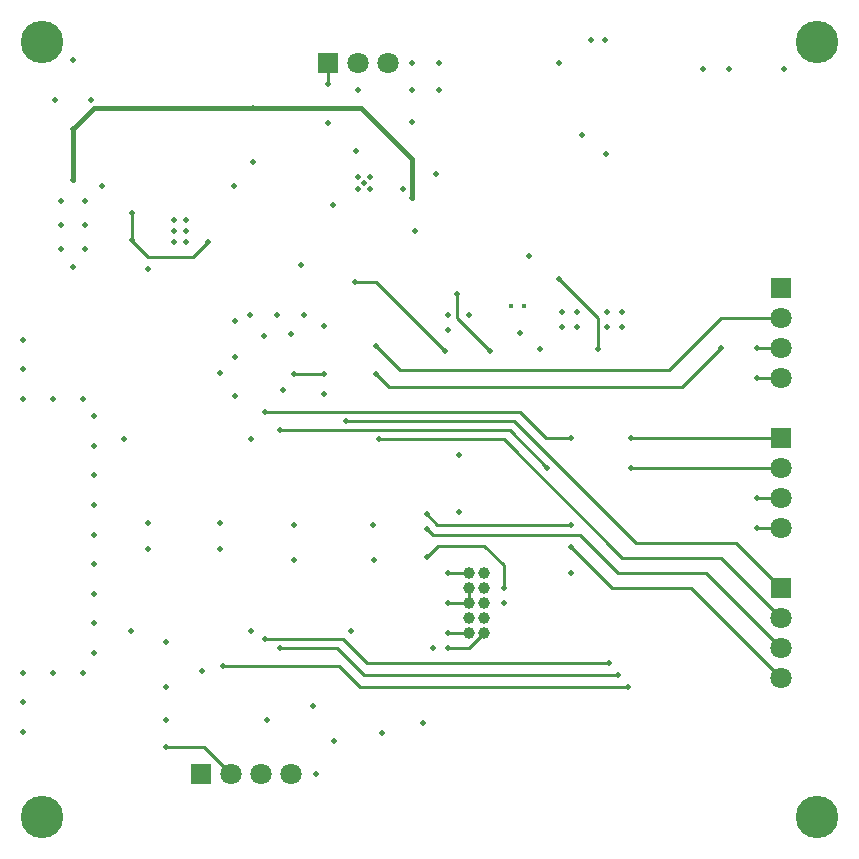
<source format=gbl>
G04*
G04 #@! TF.GenerationSoftware,Altium Limited,Altium Designer,21.6.1 (37)*
G04*
G04 Layer_Physical_Order=4*
G04 Layer_Color=16711680*
%FSLAX25Y25*%
%MOIN*%
G70*
G04*
G04 #@! TF.SameCoordinates,E52BCAAB-68D7-4A3F-A5E9-698283CEFC01*
G04*
G04*
G04 #@! TF.FilePolarity,Positive*
G04*
G01*
G75*
%ADD12C,0.01000*%
%ADD136C,0.01500*%
%ADD137R,0.07087X0.07087*%
%ADD138C,0.07087*%
%ADD139C,0.01575*%
%ADD140C,0.03960*%
%ADD141R,0.07087X0.07087*%
%ADD142C,0.14173*%
%ADD143C,0.01968*%
%ADD144C,0.02000*%
D12*
X116000Y56000D02*
X200500D01*
X114700Y52000D02*
X204000D01*
X107700Y59000D02*
X114700Y52000D01*
X117000Y60000D02*
X197500D01*
X109000Y68000D02*
X117000Y60000D01*
X120000Y156300D02*
X124300Y152000D01*
X222000D01*
X120000Y165500D02*
Y165600D01*
X128000Y157500D02*
X217500D01*
X120000Y165500D02*
X128000Y157500D01*
X104000Y253000D02*
Y260000D01*
X156000Y99000D02*
X162500Y92500D01*
Y85000D02*
Y92500D01*
X139000Y102500D02*
X188000D01*
X200500Y90000D02*
X230000D01*
X188000Y102500D02*
X200500Y90000D01*
X140300Y106000D02*
X185000D01*
X136800Y109500D02*
X140300Y106000D01*
X198500Y85000D02*
X225000D01*
X185000Y98500D02*
X198500Y85000D01*
X136800Y95300D02*
X140500Y99000D01*
X156000D01*
X136800Y104700D02*
X139000Y102500D01*
X151000Y65000D02*
X156000Y70000D01*
X144000Y65000D02*
X151000D01*
X62500Y32000D02*
X71500Y23000D01*
X50000Y32000D02*
X62500D01*
X205000Y135000D02*
X255000D01*
X247000Y165000D02*
X255000D01*
X247000Y155000D02*
X255000D01*
X217500Y157500D02*
X235000Y175000D01*
X255000D01*
X222000Y152000D02*
X235000Y165000D01*
X240000Y100000D02*
X255000Y85000D01*
X206500Y100000D02*
X240000D01*
X201900Y95000D02*
X235000D01*
X255000Y75000D01*
X230000Y90000D02*
X255000Y65000D01*
Y55000D02*
Y55000D01*
X225000Y85000D02*
X255000Y55000D01*
X162400Y134500D02*
X201900Y95000D01*
X205000Y125000D02*
X255000D01*
X166000Y140500D02*
X206500Y100000D01*
X83000Y143500D02*
X168000D01*
X176500Y135000D01*
X185000D01*
X87800Y137500D02*
X164500D01*
X177000Y125000D01*
X110000Y140500D02*
X166000D01*
X247000Y115000D02*
X255000D01*
X247000Y105000D02*
X255000D01*
X147000Y175000D02*
Y183035D01*
Y175000D02*
X158000Y164000D01*
X151000Y80000D02*
Y85000D01*
X144000Y80000D02*
X151000D01*
X144000Y70000D02*
X151000D01*
X144000Y90000D02*
X151000D01*
X113000Y187000D02*
X120000D01*
X143000Y164000D01*
X120800Y134500D02*
X162400D01*
X181000Y188000D02*
X194000Y175000D01*
Y164500D02*
Y175000D01*
X107000Y65000D02*
X116000Y56000D01*
X68800Y59000D02*
X107700D01*
X87750Y65000D02*
X107000D01*
X83026Y68000D02*
X109000D01*
X92500Y156400D02*
X102353D01*
X102407Y156346D01*
X38600Y200800D02*
Y209900D01*
X38500Y210000D02*
X38600Y209900D01*
Y200529D02*
X43829Y195300D01*
X58800D01*
X63900Y200400D01*
D136*
X19000Y221000D02*
Y238000D01*
X26000Y245000D01*
X79000D01*
X115000D01*
X132000Y228000D01*
Y215000D02*
Y228000D01*
D137*
X61500Y23000D02*
D03*
X104000Y260000D02*
D03*
D138*
X71500Y23000D02*
D03*
X81500D02*
D03*
X91500D02*
D03*
X124000Y260000D02*
D03*
X114000D02*
D03*
X255000Y155000D02*
D03*
Y165000D02*
D03*
Y175000D02*
D03*
Y125000D02*
D03*
Y115000D02*
D03*
Y105000D02*
D03*
Y55000D02*
D03*
Y65000D02*
D03*
Y75000D02*
D03*
D139*
X169165Y179000D02*
D03*
X164835D02*
D03*
D140*
X156000Y70000D02*
D03*
X151000D02*
D03*
Y80000D02*
D03*
Y75000D02*
D03*
X156000Y80000D02*
D03*
Y75000D02*
D03*
Y85000D02*
D03*
Y90000D02*
D03*
X151000Y85000D02*
D03*
Y90000D02*
D03*
D141*
X255000Y185000D02*
D03*
Y135000D02*
D03*
Y85000D02*
D03*
D142*
X8500Y8500D02*
D03*
Y267000D02*
D03*
X267000Y8500D02*
D03*
Y267000D02*
D03*
D143*
X116000Y220000D02*
D03*
X117968Y218032D02*
D03*
X114032Y218032D02*
D03*
X114032Y221969D02*
D03*
X117968Y221969D02*
D03*
X52631Y207443D02*
D03*
X56568D02*
D03*
X52631Y203900D02*
D03*
Y200357D02*
D03*
X56568D02*
D03*
Y203900D02*
D03*
D144*
X132000Y260000D02*
D03*
Y251000D02*
D03*
X2362Y167717D02*
D03*
Y157874D02*
D03*
Y37008D02*
D03*
Y46850D02*
D03*
X25984Y142126D02*
D03*
Y132283D02*
D03*
Y122441D02*
D03*
Y112598D02*
D03*
Y102756D02*
D03*
Y92913D02*
D03*
Y83071D02*
D03*
Y73228D02*
D03*
Y63386D02*
D03*
X22047Y148031D02*
D03*
X12205D02*
D03*
X2362D02*
D03*
X22047Y56693D02*
D03*
X12205D02*
D03*
X2362D02*
D03*
X50000Y52000D02*
D03*
X19000Y221000D02*
D03*
X181000Y260000D02*
D03*
X106000Y34000D02*
D03*
X91500Y169500D02*
D03*
X96000Y176000D02*
D03*
X87000D02*
D03*
X78000D02*
D03*
X114000Y251000D02*
D03*
X141000D02*
D03*
Y260000D02*
D03*
X15000Y214000D02*
D03*
X23000D02*
D03*
Y206000D02*
D03*
X15000D02*
D03*
Y198000D02*
D03*
X25000Y247500D02*
D03*
X13000D02*
D03*
X119100Y94300D02*
D03*
X119000Y105800D02*
D03*
X92500Y94300D02*
D03*
Y105800D02*
D03*
X44000Y98000D02*
D03*
X43913Y106613D02*
D03*
X67987D02*
D03*
X68000Y98022D02*
D03*
X200500Y56000D02*
D03*
X204000Y52000D02*
D03*
X197500Y60000D02*
D03*
X120000Y156300D02*
D03*
Y165600D02*
D03*
X185000Y90000D02*
D03*
X104000Y240000D02*
D03*
X162500Y85000D02*
D03*
Y80000D02*
D03*
X185000Y98500D02*
D03*
X139000Y65000D02*
D03*
X144000D02*
D03*
X100000Y23000D02*
D03*
X205000Y135000D02*
D03*
X235000Y165000D02*
D03*
X205000Y125000D02*
D03*
X177000D02*
D03*
X99000Y45500D02*
D03*
X147000Y183000D02*
D03*
X174500Y164500D02*
D03*
X194000D02*
D03*
X182000Y172000D02*
D03*
X187000D02*
D03*
X197000D02*
D03*
X202000D02*
D03*
Y177000D02*
D03*
X197000D02*
D03*
X187000D02*
D03*
X182000D02*
D03*
X151000Y176000D02*
D03*
X144000Y171000D02*
D03*
Y176000D02*
D03*
X62000Y57126D02*
D03*
X147650Y110350D02*
D03*
X147500Y129200D02*
D03*
X136800Y95300D02*
D03*
X144000Y70000D02*
D03*
Y80000D02*
D03*
Y90000D02*
D03*
X135500Y39800D02*
D03*
X143000Y164000D02*
D03*
X19000Y261000D02*
D03*
Y238000D02*
D03*
Y192000D02*
D03*
X23000Y198000D02*
D03*
X89000Y151000D02*
D03*
X82400Y169000D02*
D03*
X73000Y174000D02*
D03*
X50000Y32000D02*
D03*
X79000Y227000D02*
D03*
X132000Y240300D02*
D03*
X247000Y105000D02*
D03*
Y115000D02*
D03*
Y155000D02*
D03*
Y165000D02*
D03*
X185000Y135000D02*
D03*
X38100Y70500D02*
D03*
X185000Y106000D02*
D03*
X120800Y134500D02*
D03*
X35800D02*
D03*
X78300D02*
D03*
X113000Y187000D02*
D03*
X133000Y204000D02*
D03*
X158000Y164000D02*
D03*
X78300Y70500D02*
D03*
X111400D02*
D03*
X122000Y36500D02*
D03*
X50000Y41000D02*
D03*
X102500Y172346D02*
D03*
Y149653D02*
D03*
X73000Y162000D02*
D03*
Y149000D02*
D03*
X68000Y156500D02*
D03*
X113100Y230500D02*
D03*
X44000Y191372D02*
D03*
X28638Y218850D02*
D03*
X132000Y215000D02*
D03*
X129000Y218000D02*
D03*
X104000Y253000D02*
D03*
X95000Y192500D02*
D03*
X140000Y223000D02*
D03*
X171000Y195500D02*
D03*
X196362Y267562D02*
D03*
X256000Y258000D02*
D03*
X237400D02*
D03*
X228738D02*
D03*
X196500Y229500D02*
D03*
X188500Y236000D02*
D03*
X167984Y170000D02*
D03*
X83500Y41000D02*
D03*
X50000Y67000D02*
D03*
X68800Y59000D02*
D03*
X83000Y143500D02*
D03*
X110000Y140500D02*
D03*
X87800Y137500D02*
D03*
X83026Y68000D02*
D03*
X87750Y65000D02*
D03*
X136800Y109500D02*
D03*
Y104700D02*
D03*
X191600Y267700D02*
D03*
X92500Y156400D02*
D03*
X102407Y156346D02*
D03*
X79000Y245000D02*
D03*
X105700Y212700D02*
D03*
X72500Y218800D02*
D03*
X38500Y210000D02*
D03*
X38600Y200800D02*
D03*
X63900Y200400D02*
D03*
X181000Y188000D02*
D03*
M02*

</source>
